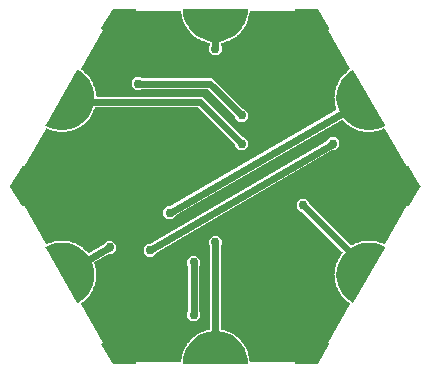
<source format=gbr>
G04 EAGLE Gerber RS-274X export*
G75*
%MOMM*%
%FSLAX34Y34*%
%LPD*%
%INTop Copper*%
%IPPOS*%
%AMOC8*
5,1,8,0,0,1.08239X$1,22.5*%
G01*
%ADD10C,1.000000*%
%ADD11C,0.756400*%
%ADD12C,0.609600*%
%ADD13C,0.812800*%

G36*
X278630Y195708D02*
X278630Y195708D01*
X278658Y195706D01*
X278726Y195728D01*
X278797Y195742D01*
X278820Y195758D01*
X278847Y195767D01*
X278902Y195814D01*
X278961Y195855D01*
X278976Y195879D01*
X278998Y195897D01*
X279029Y195962D01*
X279068Y196022D01*
X279073Y196050D01*
X279085Y196076D01*
X279094Y196177D01*
X279101Y196219D01*
X279099Y196229D01*
X279100Y196242D01*
X278982Y197719D01*
X316815Y197719D01*
X316900Y197736D01*
X316985Y197748D01*
X316997Y197756D01*
X317011Y197758D01*
X317083Y197807D01*
X317157Y197852D01*
X317165Y197863D01*
X317177Y197871D01*
X317224Y197943D01*
X317275Y198014D01*
X317279Y198028D01*
X317286Y198039D01*
X317296Y198094D01*
X317320Y198188D01*
X317422Y199547D01*
X317413Y199617D01*
X317413Y199687D01*
X317401Y199718D01*
X317397Y199746D01*
X317372Y199790D01*
X317346Y199854D01*
X317343Y199859D01*
X317487Y200492D01*
X317488Y200526D01*
X317499Y200567D01*
X317547Y201214D01*
X317551Y201217D01*
X317595Y201273D01*
X317644Y201323D01*
X317657Y201353D01*
X317674Y201376D01*
X317688Y201425D01*
X317715Y201489D01*
X318242Y203799D01*
X318244Y203869D01*
X318254Y203939D01*
X318247Y203971D01*
X318247Y203999D01*
X318228Y204047D01*
X318213Y204114D01*
X318210Y204119D01*
X318447Y204723D01*
X318454Y204758D01*
X318470Y204796D01*
X318614Y205429D01*
X318619Y205431D01*
X318670Y205480D01*
X318727Y205522D01*
X318744Y205550D01*
X318764Y205570D01*
X318785Y205617D01*
X318821Y205676D01*
X319687Y207881D01*
X319699Y207951D01*
X319719Y208018D01*
X319717Y208051D01*
X319722Y208078D01*
X319710Y208129D01*
X319704Y208198D01*
X319703Y208203D01*
X320027Y208765D01*
X320039Y208798D01*
X320060Y208833D01*
X320297Y209437D01*
X320303Y209439D01*
X320360Y209480D01*
X320423Y209513D01*
X320444Y209538D01*
X320467Y209554D01*
X320494Y209598D01*
X320539Y209651D01*
X321724Y211702D01*
X321733Y211730D01*
X321736Y211735D01*
X321738Y211745D01*
X321746Y211769D01*
X321776Y211833D01*
X321779Y211866D01*
X321787Y211892D01*
X321784Y211944D01*
X321788Y212013D01*
X321788Y212018D01*
X322192Y212526D01*
X322208Y212557D01*
X322235Y212588D01*
X322559Y213150D01*
X322565Y213152D01*
X322628Y213183D01*
X322694Y213207D01*
X322719Y213228D01*
X322744Y213241D01*
X322778Y213280D01*
X322830Y213325D01*
X324307Y215178D01*
X324339Y215240D01*
X324379Y215299D01*
X324386Y215331D01*
X324399Y215356D01*
X324403Y215407D01*
X324417Y215475D01*
X324418Y215480D01*
X324893Y215922D01*
X324914Y215950D01*
X324945Y215977D01*
X325349Y216485D01*
X325355Y216485D01*
X325422Y216507D01*
X325491Y216520D01*
X325519Y216538D01*
X325546Y216547D01*
X325585Y216580D01*
X325643Y216618D01*
X327380Y218229D01*
X327421Y218286D01*
X327469Y218338D01*
X327481Y218369D01*
X327497Y218392D01*
X327509Y218442D01*
X327533Y218507D01*
X327534Y218512D01*
X328070Y218877D01*
X328095Y218902D01*
X328130Y218925D01*
X328605Y219366D01*
X328611Y219366D01*
X328680Y219377D01*
X328751Y219380D01*
X328781Y219394D01*
X328809Y219398D01*
X328852Y219425D01*
X328916Y219454D01*
X330873Y220788D01*
X330922Y220839D01*
X330977Y220883D01*
X330993Y220912D01*
X331013Y220932D01*
X331032Y220980D01*
X331066Y221040D01*
X331068Y221045D01*
X331653Y221327D01*
X331680Y221348D01*
X331718Y221365D01*
X332254Y221730D01*
X332260Y221729D01*
X332330Y221730D01*
X332401Y221722D01*
X332432Y221731D01*
X332460Y221731D01*
X332507Y221752D01*
X332574Y221770D01*
X334709Y222798D01*
X334765Y222841D01*
X334826Y222877D01*
X334846Y222902D01*
X334868Y222919D01*
X334894Y222964D01*
X334937Y223018D01*
X334940Y223023D01*
X335560Y223214D01*
X335590Y223231D01*
X335630Y223242D01*
X336215Y223524D01*
X336220Y223522D01*
X336290Y223512D01*
X336358Y223494D01*
X336391Y223498D01*
X336419Y223494D01*
X336469Y223508D01*
X336537Y223516D01*
X338801Y224214D01*
X338863Y224248D01*
X338929Y224274D01*
X338952Y224297D01*
X338977Y224310D01*
X339009Y224350D01*
X339060Y224398D01*
X339063Y224402D01*
X339704Y224499D01*
X339737Y224511D01*
X339778Y224516D01*
X340399Y224707D01*
X340403Y224704D01*
X340471Y224684D01*
X340536Y224657D01*
X340569Y224656D01*
X340596Y224648D01*
X340647Y224653D01*
X340716Y224651D01*
X341198Y224724D01*
X341262Y224747D01*
X341328Y224762D01*
X341355Y224781D01*
X341386Y224792D01*
X341436Y224838D01*
X341491Y224878D01*
X341509Y224906D01*
X341533Y224928D01*
X341561Y224990D01*
X341597Y225048D01*
X341604Y225083D01*
X341616Y225111D01*
X341618Y225161D01*
X341629Y225226D01*
X341629Y295816D01*
X341628Y295824D01*
X341629Y295831D01*
X341608Y295921D01*
X341590Y296012D01*
X341585Y296019D01*
X341583Y296026D01*
X341481Y296174D01*
X340895Y296760D01*
X340895Y301156D01*
X344004Y304265D01*
X348400Y304265D01*
X351509Y301156D01*
X351509Y296760D01*
X350923Y296174D01*
X350919Y296168D01*
X350913Y296163D01*
X350864Y296085D01*
X350812Y296007D01*
X350811Y296000D01*
X350807Y295993D01*
X350775Y295816D01*
X350775Y225226D01*
X350788Y225159D01*
X350793Y225091D01*
X350808Y225062D01*
X350814Y225029D01*
X350853Y224973D01*
X350883Y224912D01*
X350908Y224891D01*
X350927Y224863D01*
X350984Y224826D01*
X351036Y224782D01*
X351070Y224770D01*
X351095Y224754D01*
X351144Y224745D01*
X351206Y224724D01*
X351688Y224651D01*
X351759Y224655D01*
X351829Y224650D01*
X351860Y224660D01*
X351888Y224661D01*
X351935Y224684D01*
X352001Y224704D01*
X352005Y224707D01*
X352626Y224516D01*
X352660Y224512D01*
X352700Y224499D01*
X353341Y224402D01*
X353344Y224398D01*
X353397Y224350D01*
X353443Y224297D01*
X353472Y224282D01*
X353493Y224263D01*
X353542Y224246D01*
X353603Y224214D01*
X355867Y223516D01*
X355937Y223509D01*
X356006Y223494D01*
X356038Y223499D01*
X356066Y223496D01*
X356116Y223511D01*
X356184Y223522D01*
X356189Y223524D01*
X356774Y223242D01*
X356807Y223234D01*
X356844Y223214D01*
X357464Y223023D01*
X357467Y223018D01*
X357512Y222964D01*
X357550Y222904D01*
X357576Y222885D01*
X357594Y222863D01*
X357639Y222839D01*
X357695Y222798D01*
X359830Y221770D01*
X359898Y221753D01*
X359964Y221727D01*
X359997Y221728D01*
X360024Y221721D01*
X360075Y221728D01*
X360144Y221729D01*
X360150Y221730D01*
X360686Y221365D01*
X360718Y221351D01*
X360751Y221327D01*
X361336Y221045D01*
X361338Y221040D01*
X361374Y220979D01*
X361403Y220915D01*
X361426Y220892D01*
X361440Y220867D01*
X361482Y220837D01*
X361531Y220788D01*
X363488Y219454D01*
X363553Y219426D01*
X363615Y219391D01*
X363647Y219387D01*
X363673Y219376D01*
X363724Y219376D01*
X363793Y219366D01*
X363799Y219366D01*
X364274Y218925D01*
X364304Y218907D01*
X364334Y218877D01*
X364870Y218512D01*
X364871Y218507D01*
X364897Y218441D01*
X364916Y218373D01*
X364936Y218347D01*
X364946Y218321D01*
X364983Y218284D01*
X365024Y218229D01*
X366761Y216618D01*
X366821Y216581D01*
X366876Y216537D01*
X366908Y216528D01*
X366932Y216513D01*
X366983Y216505D01*
X367049Y216485D01*
X367055Y216485D01*
X367459Y215977D01*
X367486Y215955D01*
X367511Y215922D01*
X367986Y215480D01*
X367987Y215475D01*
X368003Y215406D01*
X368011Y215336D01*
X368027Y215307D01*
X368033Y215280D01*
X368064Y215239D01*
X368097Y215178D01*
X369574Y213325D01*
X369628Y213280D01*
X369676Y213229D01*
X369706Y213215D01*
X369727Y213197D01*
X369777Y213181D01*
X369839Y213152D01*
X369845Y213150D01*
X370169Y212588D01*
X370192Y212562D01*
X370212Y212526D01*
X370616Y212018D01*
X370616Y212013D01*
X370622Y211942D01*
X370620Y211872D01*
X370631Y211841D01*
X370633Y211813D01*
X370657Y211767D01*
X370680Y211702D01*
X371865Y209651D01*
X371912Y209598D01*
X371952Y209540D01*
X371979Y209521D01*
X371998Y209500D01*
X372044Y209478D01*
X372101Y209439D01*
X372107Y209437D01*
X372344Y208833D01*
X372362Y208804D01*
X372377Y208765D01*
X372701Y208203D01*
X372700Y208198D01*
X372695Y208127D01*
X372682Y208058D01*
X372689Y208026D01*
X372687Y207998D01*
X372704Y207949D01*
X372717Y207881D01*
X373583Y205676D01*
X373621Y205616D01*
X373652Y205553D01*
X373676Y205531D01*
X373691Y205507D01*
X373734Y205478D01*
X373785Y205431D01*
X373790Y205429D01*
X373934Y204796D01*
X373948Y204764D01*
X373957Y204723D01*
X374194Y204119D01*
X374191Y204114D01*
X374177Y204045D01*
X374154Y203979D01*
X374155Y203946D01*
X374149Y203918D01*
X374159Y203868D01*
X374162Y203799D01*
X374689Y201489D01*
X374718Y201425D01*
X374739Y201357D01*
X374760Y201332D01*
X374771Y201306D01*
X374809Y201271D01*
X374853Y201217D01*
X374857Y201214D01*
X374905Y200567D01*
X374915Y200533D01*
X374917Y200492D01*
X375061Y199859D01*
X375058Y199854D01*
X375033Y199788D01*
X375000Y199726D01*
X374997Y199693D01*
X374987Y199667D01*
X374989Y199615D01*
X374982Y199547D01*
X375084Y198188D01*
X375107Y198105D01*
X375126Y198020D01*
X375134Y198009D01*
X375138Y197995D01*
X375191Y197927D01*
X375242Y197857D01*
X375254Y197849D01*
X375262Y197838D01*
X375338Y197797D01*
X375412Y197751D01*
X375427Y197748D01*
X375438Y197742D01*
X375494Y197736D01*
X375589Y197719D01*
X413422Y197719D01*
X413304Y196242D01*
X413308Y196213D01*
X413303Y196185D01*
X413320Y196116D01*
X413328Y196044D01*
X413343Y196020D01*
X413349Y195992D01*
X413392Y195934D01*
X413428Y195872D01*
X413450Y195855D01*
X413467Y195832D01*
X413529Y195795D01*
X413586Y195752D01*
X413614Y195745D01*
X413638Y195730D01*
X413738Y195714D01*
X413779Y195703D01*
X413789Y195705D01*
X413802Y195703D01*
X432802Y195703D01*
X432878Y195718D01*
X432956Y195727D01*
X432975Y195738D01*
X432997Y195742D01*
X433061Y195786D01*
X433129Y195825D01*
X433145Y195844D01*
X433161Y195855D01*
X433185Y195893D01*
X433235Y195953D01*
X442735Y212453D01*
X442744Y212480D01*
X442760Y212504D01*
X442775Y212574D01*
X442798Y212642D01*
X442795Y212670D01*
X442801Y212698D01*
X442788Y212769D01*
X442782Y212840D01*
X442769Y212865D01*
X442763Y212893D01*
X442723Y212953D01*
X442690Y213016D01*
X442668Y213034D01*
X442652Y213058D01*
X442569Y213116D01*
X442537Y213143D01*
X442526Y213146D01*
X442516Y213153D01*
X441197Y213777D01*
X460088Y246497D01*
X460115Y246579D01*
X460147Y246660D01*
X460147Y246674D01*
X460152Y246687D01*
X460145Y246774D01*
X460144Y246860D01*
X460138Y246873D01*
X460137Y246887D01*
X460098Y246964D01*
X460062Y247044D01*
X460052Y247054D01*
X460046Y247066D01*
X460003Y247102D01*
X459934Y247170D01*
X458814Y247933D01*
X458749Y247960D01*
X458687Y247995D01*
X458655Y248000D01*
X458629Y248011D01*
X458577Y248011D01*
X458509Y248021D01*
X458503Y248021D01*
X458028Y248462D01*
X457998Y248480D01*
X457968Y248509D01*
X457432Y248874D01*
X457431Y248880D01*
X457404Y248945D01*
X457386Y249013D01*
X457366Y249039D01*
X457356Y249065D01*
X457319Y249102D01*
X457278Y249157D01*
X455539Y250770D01*
X455478Y250806D01*
X455423Y250850D01*
X455392Y250860D01*
X455368Y250874D01*
X455317Y250882D01*
X455250Y250902D01*
X455245Y250902D01*
X454840Y251410D01*
X454814Y251432D01*
X454789Y251465D01*
X454313Y251906D01*
X454313Y251912D01*
X454296Y251980D01*
X454288Y252051D01*
X454272Y252079D01*
X454266Y252107D01*
X454235Y252148D01*
X454202Y252209D01*
X452723Y254063D01*
X452669Y254108D01*
X452621Y254159D01*
X452591Y254173D01*
X452570Y254191D01*
X452520Y254207D01*
X452458Y254236D01*
X452452Y254238D01*
X452128Y254800D01*
X452105Y254826D01*
X452085Y254862D01*
X451680Y255369D01*
X451681Y255375D01*
X451675Y255445D01*
X451677Y255516D01*
X451666Y255547D01*
X451664Y255574D01*
X451640Y255620D01*
X451616Y255685D01*
X450430Y257739D01*
X450383Y257792D01*
X450343Y257850D01*
X450316Y257868D01*
X450297Y257889D01*
X450251Y257911D01*
X450193Y257950D01*
X450188Y257952D01*
X449951Y258556D01*
X449932Y258585D01*
X449918Y258624D01*
X449593Y259186D01*
X449595Y259191D01*
X449599Y259262D01*
X449612Y259331D01*
X449606Y259363D01*
X449607Y259391D01*
X449590Y259440D01*
X449577Y259508D01*
X448710Y261715D01*
X448672Y261774D01*
X448641Y261838D01*
X448616Y261860D01*
X448601Y261884D01*
X448559Y261913D01*
X448507Y261959D01*
X448503Y261962D01*
X448358Y262595D01*
X448344Y262626D01*
X448336Y262667D01*
X448099Y263271D01*
X448101Y263276D01*
X448116Y263345D01*
X448139Y263412D01*
X448137Y263445D01*
X448143Y263472D01*
X448133Y263523D01*
X448130Y263592D01*
X447602Y265904D01*
X447573Y265968D01*
X447552Y266035D01*
X447531Y266061D01*
X447519Y266086D01*
X447482Y266121D01*
X447438Y266175D01*
X447434Y266179D01*
X447385Y266826D01*
X447376Y266859D01*
X447374Y266901D01*
X447229Y267533D01*
X447232Y267538D01*
X447257Y267604D01*
X447290Y267667D01*
X447293Y267699D01*
X447303Y267726D01*
X447301Y267777D01*
X447308Y267846D01*
X447131Y270211D01*
X447111Y270278D01*
X447101Y270348D01*
X447084Y270377D01*
X447076Y270404D01*
X447044Y270444D01*
X447009Y270504D01*
X447005Y270508D01*
X447054Y271155D01*
X447049Y271189D01*
X447054Y271231D01*
X447005Y271878D01*
X447009Y271882D01*
X447043Y271943D01*
X447085Y272000D01*
X447093Y272032D01*
X447107Y272057D01*
X447113Y272108D01*
X447130Y272175D01*
X447306Y274540D01*
X447298Y274610D01*
X447297Y274680D01*
X447285Y274711D01*
X447281Y274739D01*
X447256Y274783D01*
X447230Y274847D01*
X447227Y274852D01*
X447371Y275485D01*
X447372Y275519D01*
X447382Y275560D01*
X447431Y276207D01*
X447435Y276210D01*
X447478Y276266D01*
X447528Y276316D01*
X447541Y276346D01*
X447558Y276369D01*
X447571Y276418D01*
X447598Y276482D01*
X448125Y278794D01*
X448127Y278864D01*
X448132Y278889D01*
X448131Y278891D01*
X448137Y278935D01*
X448130Y278966D01*
X448130Y278994D01*
X448112Y279043D01*
X448096Y279110D01*
X448093Y279115D01*
X448330Y279719D01*
X448336Y279753D01*
X448353Y279791D01*
X448497Y280424D01*
X448502Y280427D01*
X448553Y280476D01*
X448609Y280518D01*
X448626Y280546D01*
X448647Y280565D01*
X448667Y280612D01*
X448704Y280671D01*
X449569Y282879D01*
X449582Y282949D01*
X449602Y283016D01*
X449599Y283049D01*
X449604Y283076D01*
X449593Y283127D01*
X449587Y283196D01*
X449586Y283201D01*
X449910Y283763D01*
X449921Y283796D01*
X449943Y283831D01*
X450180Y284435D01*
X450185Y284438D01*
X450243Y284478D01*
X450305Y284511D01*
X450326Y284536D01*
X450349Y284553D01*
X450376Y284596D01*
X450421Y284649D01*
X451606Y286703D01*
X451629Y286770D01*
X451659Y286834D01*
X451661Y286866D01*
X451670Y286893D01*
X451666Y286944D01*
X451671Y287014D01*
X451670Y287019D01*
X452075Y287526D01*
X452091Y287557D01*
X452117Y287589D01*
X452442Y288151D01*
X452447Y288153D01*
X452510Y288184D01*
X452577Y288208D01*
X452601Y288229D01*
X452626Y288242D01*
X452660Y288281D01*
X452712Y288326D01*
X453789Y289677D01*
X453824Y289746D01*
X453866Y289811D01*
X453870Y289835D01*
X453880Y289856D01*
X453886Y289933D01*
X453899Y290009D01*
X453894Y290032D01*
X453896Y290056D01*
X453871Y290129D01*
X453854Y290204D01*
X453839Y290225D01*
X453832Y290246D01*
X453796Y290287D01*
X453751Y290352D01*
X419358Y324745D01*
X419352Y324749D01*
X419347Y324755D01*
X419269Y324804D01*
X419192Y324856D01*
X419184Y324857D01*
X419177Y324861D01*
X419000Y324893D01*
X418172Y324893D01*
X415063Y328002D01*
X415063Y332398D01*
X418172Y335507D01*
X422568Y335507D01*
X425677Y332398D01*
X425677Y331570D01*
X425678Y331562D01*
X425677Y331555D01*
X425698Y331465D01*
X425716Y331374D01*
X425721Y331367D01*
X425723Y331360D01*
X425825Y331212D01*
X460719Y296318D01*
X460736Y296306D01*
X460749Y296290D01*
X460819Y296251D01*
X460886Y296207D01*
X460906Y296203D01*
X460925Y296193D01*
X461004Y296184D01*
X461083Y296169D01*
X461103Y296174D01*
X461124Y296171D01*
X461226Y296200D01*
X461279Y296211D01*
X461287Y296217D01*
X461298Y296220D01*
X461537Y296335D01*
X461565Y296356D01*
X461603Y296373D01*
X462139Y296739D01*
X462144Y296738D01*
X462215Y296738D01*
X462285Y296731D01*
X462316Y296740D01*
X462344Y296740D01*
X462392Y296761D01*
X462458Y296779D01*
X464595Y297809D01*
X464651Y297851D01*
X464712Y297887D01*
X464732Y297913D01*
X464754Y297930D01*
X464780Y297974D01*
X464823Y298029D01*
X464825Y298034D01*
X465446Y298225D01*
X465476Y298242D01*
X465516Y298253D01*
X466101Y298534D01*
X466106Y298533D01*
X466176Y298523D01*
X466244Y298505D01*
X466277Y298509D01*
X466304Y298505D01*
X466354Y298518D01*
X466423Y298527D01*
X468689Y299226D01*
X468751Y299260D01*
X468816Y299286D01*
X468840Y299309D01*
X468865Y299322D01*
X468897Y299363D01*
X468947Y299410D01*
X468950Y299415D01*
X469592Y299511D01*
X469625Y299523D01*
X469666Y299528D01*
X470286Y299720D01*
X470291Y299717D01*
X470313Y299711D01*
X470317Y299708D01*
X470330Y299706D01*
X470359Y299697D01*
X470423Y299669D01*
X470456Y299668D01*
X470483Y299660D01*
X470534Y299666D01*
X470604Y299664D01*
X472948Y300018D01*
X473015Y300043D01*
X473083Y300059D01*
X473110Y300077D01*
X473137Y300087D01*
X473175Y300122D01*
X473231Y300161D01*
X473235Y300165D01*
X473884Y300165D01*
X473918Y300172D01*
X473960Y300171D01*
X474601Y300268D01*
X474606Y300265D01*
X474670Y300235D01*
X474730Y300198D01*
X474762Y300192D01*
X474787Y300180D01*
X474839Y300178D01*
X474907Y300166D01*
X477278Y300167D01*
X477348Y300181D01*
X477418Y300186D01*
X477447Y300201D01*
X477475Y300206D01*
X477518Y300235D01*
X477580Y300266D01*
X477584Y300269D01*
X478226Y300173D01*
X478260Y300174D01*
X478301Y300167D01*
X478950Y300167D01*
X478954Y300163D01*
X479013Y300124D01*
X479067Y300078D01*
X479098Y300068D01*
X479121Y300052D01*
X479172Y300043D01*
X479237Y300020D01*
X481582Y299668D01*
X481653Y299671D01*
X481723Y299666D01*
X481754Y299676D01*
X481782Y299678D01*
X481829Y299700D01*
X481874Y299714D01*
X481880Y299716D01*
X481883Y299717D01*
X481895Y299721D01*
X481900Y299724D01*
X482520Y299532D01*
X482554Y299529D01*
X482594Y299516D01*
X483235Y299419D01*
X483239Y299415D01*
X483291Y299367D01*
X483337Y299314D01*
X483366Y299299D01*
X483387Y299280D01*
X483436Y299263D01*
X483497Y299231D01*
X485764Y298533D01*
X485834Y298526D01*
X485903Y298511D01*
X485935Y298516D01*
X485963Y298513D01*
X486012Y298528D01*
X486081Y298539D01*
X486086Y298541D01*
X486671Y298259D01*
X486704Y298251D01*
X486741Y298232D01*
X487361Y298041D01*
X487364Y298036D01*
X487408Y297981D01*
X487446Y297922D01*
X487473Y297902D01*
X487491Y297881D01*
X487536Y297857D01*
X487592Y297816D01*
X488830Y297220D01*
X488914Y297199D01*
X488997Y297173D01*
X489011Y297174D01*
X489024Y297171D01*
X489110Y297184D01*
X489196Y297192D01*
X489209Y297198D01*
X489223Y297200D01*
X489296Y297245D01*
X489373Y297286D01*
X489383Y297298D01*
X489394Y297305D01*
X489427Y297349D01*
X489489Y297424D01*
X508381Y330145D01*
X509618Y329291D01*
X509645Y329280D01*
X509667Y329261D01*
X509736Y329241D01*
X509801Y329213D01*
X509830Y329213D01*
X509858Y329205D01*
X509929Y329213D01*
X510000Y329213D01*
X510027Y329224D01*
X510056Y329227D01*
X510118Y329262D01*
X510183Y329290D01*
X510204Y329310D01*
X510229Y329325D01*
X510292Y329402D01*
X510322Y329432D01*
X510326Y329442D01*
X510335Y329453D01*
X519835Y345953D01*
X519845Y345985D01*
X519854Y345998D01*
X519858Y346022D01*
X519859Y346026D01*
X519890Y346096D01*
X519890Y346120D01*
X519898Y346142D01*
X519892Y346218D01*
X519893Y346295D01*
X519883Y346319D01*
X519882Y346340D01*
X519861Y346379D01*
X519835Y346451D01*
X510335Y362951D01*
X510316Y362973D01*
X510303Y362999D01*
X510250Y363047D01*
X510203Y363100D01*
X510177Y363113D01*
X510156Y363132D01*
X510088Y363155D01*
X510024Y363186D01*
X509995Y363188D01*
X509968Y363197D01*
X509896Y363192D01*
X509825Y363195D01*
X509798Y363185D01*
X509769Y363183D01*
X509679Y363141D01*
X509639Y363126D01*
X509631Y363119D01*
X509618Y363113D01*
X508381Y362259D01*
X489489Y394980D01*
X489432Y395045D01*
X489378Y395113D01*
X489366Y395120D01*
X489357Y395131D01*
X489279Y395168D01*
X489203Y395210D01*
X489189Y395212D01*
X489176Y395218D01*
X489090Y395222D01*
X489004Y395232D01*
X488989Y395228D01*
X488976Y395228D01*
X488924Y395210D01*
X488830Y395184D01*
X487592Y394588D01*
X487536Y394545D01*
X487475Y394510D01*
X487455Y394484D01*
X487432Y394467D01*
X487406Y394422D01*
X487364Y394368D01*
X487361Y394363D01*
X486741Y394172D01*
X486711Y394156D01*
X486671Y394145D01*
X486086Y393863D01*
X486081Y393865D01*
X486011Y393875D01*
X485942Y393893D01*
X485910Y393889D01*
X485882Y393893D01*
X485832Y393879D01*
X485764Y393871D01*
X483497Y393173D01*
X483435Y393139D01*
X483370Y393113D01*
X483346Y393090D01*
X483321Y393077D01*
X483289Y393037D01*
X483239Y392989D01*
X483235Y392985D01*
X482594Y392888D01*
X482561Y392877D01*
X482520Y392872D01*
X481900Y392680D01*
X481895Y392683D01*
X481827Y392703D01*
X481762Y392731D01*
X481730Y392732D01*
X481703Y392740D01*
X481651Y392734D01*
X481582Y392736D01*
X479237Y392384D01*
X479171Y392360D01*
X479102Y392343D01*
X479075Y392325D01*
X479049Y392315D01*
X479011Y392280D01*
X478954Y392241D01*
X478950Y392237D01*
X478301Y392237D01*
X478267Y392230D01*
X478226Y392231D01*
X477584Y392135D01*
X477580Y392138D01*
X477516Y392168D01*
X477456Y392205D01*
X477423Y392211D01*
X477398Y392223D01*
X477346Y392225D01*
X477278Y392237D01*
X474907Y392238D01*
X474838Y392224D01*
X474767Y392219D01*
X474738Y392204D01*
X474711Y392199D01*
X474668Y392170D01*
X474606Y392139D01*
X474601Y392136D01*
X473960Y392233D01*
X473925Y392231D01*
X473884Y392239D01*
X473235Y392239D01*
X473231Y392243D01*
X473173Y392282D01*
X473119Y392327D01*
X473088Y392338D01*
X473064Y392354D01*
X473014Y392363D01*
X472948Y392386D01*
X470604Y392740D01*
X470533Y392736D01*
X470463Y392741D01*
X470431Y392731D01*
X470403Y392730D01*
X470357Y392708D01*
X470291Y392687D01*
X470286Y392684D01*
X469666Y392876D01*
X469632Y392879D01*
X469592Y392893D01*
X468950Y392989D01*
X468947Y392994D01*
X468895Y393041D01*
X468849Y393095D01*
X468819Y393110D01*
X468799Y393129D01*
X468750Y393146D01*
X468689Y393178D01*
X466423Y393877D01*
X466353Y393884D01*
X466284Y393900D01*
X466251Y393895D01*
X466223Y393897D01*
X466174Y393882D01*
X466106Y393871D01*
X466101Y393870D01*
X465516Y394151D01*
X465482Y394160D01*
X465446Y394179D01*
X464825Y394370D01*
X464823Y394375D01*
X464778Y394430D01*
X464740Y394490D01*
X464714Y394509D01*
X464696Y394531D01*
X464651Y394555D01*
X464595Y394595D01*
X462458Y395625D01*
X462390Y395642D01*
X462324Y395668D01*
X462291Y395668D01*
X462264Y395675D01*
X462213Y395667D01*
X462144Y395666D01*
X462139Y395665D01*
X461603Y396031D01*
X461571Y396045D01*
X461537Y396069D01*
X460952Y396351D01*
X460951Y396356D01*
X460915Y396417D01*
X460886Y396481D01*
X460863Y396504D01*
X460848Y396528D01*
X460807Y396559D01*
X460758Y396608D01*
X458799Y397944D01*
X458734Y397972D01*
X458672Y398007D01*
X458640Y398011D01*
X458614Y398022D01*
X458563Y398022D01*
X458494Y398032D01*
X458489Y398032D01*
X458013Y398473D01*
X457984Y398491D01*
X457954Y398521D01*
X457418Y398886D01*
X457417Y398892D01*
X457390Y398957D01*
X457372Y399025D01*
X457352Y399051D01*
X457341Y399077D01*
X457305Y399114D01*
X457263Y399169D01*
X455526Y400783D01*
X455466Y400820D01*
X455410Y400863D01*
X455379Y400873D01*
X455355Y400887D01*
X455304Y400895D01*
X455237Y400915D01*
X455232Y400916D01*
X454828Y401423D01*
X454801Y401446D01*
X454776Y401479D01*
X454300Y401920D01*
X454300Y401926D01*
X454284Y401995D01*
X454276Y402065D01*
X454260Y402093D01*
X454253Y402121D01*
X454223Y402162D01*
X454190Y402223D01*
X453902Y402584D01*
X453850Y402628D01*
X453804Y402678D01*
X453774Y402692D01*
X453749Y402713D01*
X453684Y402733D01*
X453622Y402762D01*
X453589Y402763D01*
X453557Y402773D01*
X453490Y402766D01*
X453422Y402768D01*
X453388Y402756D01*
X453358Y402753D01*
X453314Y402730D01*
X453252Y402708D01*
X312657Y321637D01*
X312616Y321601D01*
X312551Y321556D01*
X309538Y318543D01*
X305142Y318543D01*
X302033Y321652D01*
X302033Y326048D01*
X305142Y329157D01*
X307253Y329157D01*
X307295Y329165D01*
X307337Y329164D01*
X307400Y329186D01*
X307450Y329196D01*
X307474Y329213D01*
X307507Y329225D01*
X448674Y410625D01*
X448725Y410670D01*
X448782Y410708D01*
X448800Y410736D01*
X448825Y410757D01*
X448855Y410819D01*
X448892Y410876D01*
X448898Y410908D01*
X448912Y410938D01*
X448916Y411006D01*
X448928Y411073D01*
X448921Y411108D01*
X448923Y411138D01*
X448906Y411185D01*
X448893Y411249D01*
X448704Y411733D01*
X448666Y411792D01*
X448635Y411855D01*
X448610Y411878D01*
X448595Y411901D01*
X448553Y411930D01*
X448502Y411977D01*
X448497Y411980D01*
X448353Y412613D01*
X448338Y412644D01*
X448330Y412685D01*
X448093Y413289D01*
X448096Y413294D01*
X448111Y413363D01*
X448134Y413430D01*
X448132Y413463D01*
X448138Y413490D01*
X448129Y413541D01*
X448125Y413610D01*
X447598Y415922D01*
X447570Y415986D01*
X447548Y416054D01*
X447528Y416079D01*
X447516Y416105D01*
X447478Y416140D01*
X447435Y416194D01*
X447431Y416197D01*
X447382Y416844D01*
X447373Y416878D01*
X447371Y416919D01*
X447227Y417552D01*
X447230Y417557D01*
X447255Y417623D01*
X447288Y417685D01*
X447291Y417718D01*
X447301Y417744D01*
X447299Y417796D01*
X447306Y417864D01*
X447130Y420229D01*
X447111Y420297D01*
X447100Y420367D01*
X447083Y420395D01*
X447076Y420422D01*
X447044Y420462D01*
X447009Y420522D01*
X447005Y420526D01*
X447054Y421173D01*
X447049Y421208D01*
X447054Y421249D01*
X447005Y421896D01*
X447009Y421900D01*
X447044Y421962D01*
X447085Y422019D01*
X447094Y422051D01*
X447107Y422075D01*
X447113Y422127D01*
X447131Y422193D01*
X447308Y424558D01*
X447300Y424628D01*
X447299Y424699D01*
X447287Y424729D01*
X447284Y424757D01*
X447258Y424802D01*
X447232Y424866D01*
X447229Y424871D01*
X447374Y425503D01*
X447375Y425538D01*
X447385Y425578D01*
X447434Y426225D01*
X447438Y426229D01*
X447482Y426285D01*
X447531Y426335D01*
X447544Y426365D01*
X447561Y426387D01*
X447575Y426437D01*
X447602Y426500D01*
X448130Y428812D01*
X448132Y428883D01*
X448142Y428953D01*
X448135Y428984D01*
X448135Y429012D01*
X448117Y429061D01*
X448101Y429128D01*
X448099Y429133D01*
X448336Y429737D01*
X448342Y429771D01*
X448358Y429809D01*
X448503Y430442D01*
X448507Y430445D01*
X448559Y430493D01*
X448615Y430536D01*
X448632Y430563D01*
X448653Y430583D01*
X448674Y430630D01*
X448710Y430689D01*
X449577Y432896D01*
X449589Y432966D01*
X449610Y433033D01*
X449607Y433066D01*
X449612Y433093D01*
X449601Y433144D01*
X449595Y433213D01*
X449593Y433218D01*
X449918Y433780D01*
X449929Y433813D01*
X449951Y433848D01*
X450188Y434452D01*
X450193Y434454D01*
X450251Y434495D01*
X450313Y434528D01*
X450335Y434553D01*
X450358Y434569D01*
X450385Y434613D01*
X450430Y434665D01*
X451616Y436719D01*
X451639Y436786D01*
X451669Y436849D01*
X451671Y436882D01*
X451680Y436909D01*
X451676Y436960D01*
X451681Y437029D01*
X451680Y437035D01*
X452085Y437542D01*
X452101Y437573D01*
X452128Y437604D01*
X452452Y438166D01*
X452458Y438168D01*
X452502Y438190D01*
X452527Y438195D01*
X452547Y438208D01*
X452588Y438223D01*
X452612Y438244D01*
X452637Y438257D01*
X452665Y438288D01*
X452693Y438307D01*
X452704Y438324D01*
X452723Y438341D01*
X454202Y440195D01*
X454234Y440258D01*
X454274Y440316D01*
X454281Y440348D01*
X454294Y440373D01*
X454298Y440425D01*
X454313Y440492D01*
X454313Y440498D01*
X454789Y440939D01*
X454809Y440967D01*
X454840Y440994D01*
X455245Y441502D01*
X455250Y441502D01*
X455318Y441524D01*
X455387Y441537D01*
X455415Y441555D01*
X455441Y441564D01*
X455481Y441597D01*
X455539Y441634D01*
X457278Y443247D01*
X457319Y443304D01*
X457367Y443356D01*
X457378Y443387D01*
X457395Y443409D01*
X457406Y443460D01*
X457431Y443524D01*
X457432Y443530D01*
X457968Y443895D01*
X457993Y443920D01*
X458028Y443942D01*
X458503Y444384D01*
X458509Y444383D01*
X458579Y444395D01*
X458649Y444398D01*
X458679Y444411D01*
X458707Y444415D01*
X458751Y444443D01*
X458814Y444471D01*
X459934Y445234D01*
X459994Y445296D01*
X460058Y445355D01*
X460064Y445368D01*
X460074Y445378D01*
X460106Y445458D01*
X460142Y445537D01*
X460143Y445551D01*
X460148Y445564D01*
X460146Y445651D01*
X460149Y445737D01*
X460144Y445751D01*
X460143Y445764D01*
X460121Y445815D01*
X460088Y445907D01*
X441197Y478627D01*
X442516Y479251D01*
X442538Y479268D01*
X442565Y479278D01*
X442617Y479327D01*
X442675Y479370D01*
X442689Y479395D01*
X442710Y479414D01*
X442739Y479480D01*
X442775Y479542D01*
X442778Y479570D01*
X442790Y479596D01*
X442791Y479668D01*
X442800Y479739D01*
X442792Y479766D01*
X442793Y479795D01*
X442757Y479890D01*
X442746Y479930D01*
X442739Y479939D01*
X442735Y479951D01*
X433235Y496451D01*
X433183Y496510D01*
X433137Y496572D01*
X433118Y496583D01*
X433103Y496600D01*
X433033Y496634D01*
X432966Y496674D01*
X432942Y496678D01*
X432924Y496686D01*
X432879Y496688D01*
X432802Y496701D01*
X413802Y496701D01*
X413774Y496696D01*
X413746Y496698D01*
X413678Y496676D01*
X413607Y496662D01*
X413584Y496646D01*
X413557Y496637D01*
X413502Y496590D01*
X413443Y496549D01*
X413428Y496525D01*
X413407Y496507D01*
X413375Y496442D01*
X413336Y496382D01*
X413331Y496354D01*
X413319Y496328D01*
X413310Y496227D01*
X413303Y496185D01*
X413305Y496175D01*
X413304Y496162D01*
X413422Y494685D01*
X375589Y494685D01*
X375504Y494668D01*
X375419Y494656D01*
X375407Y494648D01*
X375393Y494646D01*
X375321Y494597D01*
X375247Y494552D01*
X375239Y494541D01*
X375227Y494533D01*
X375180Y494461D01*
X375129Y494390D01*
X375125Y494376D01*
X375118Y494365D01*
X375108Y494310D01*
X375084Y494216D01*
X374982Y492857D01*
X374991Y492787D01*
X374991Y492717D01*
X375003Y492686D01*
X375007Y492658D01*
X375032Y492614D01*
X375058Y492550D01*
X375061Y492545D01*
X374917Y491912D01*
X374916Y491878D01*
X374905Y491837D01*
X374857Y491190D01*
X374853Y491187D01*
X374809Y491131D01*
X374760Y491081D01*
X374747Y491051D01*
X374730Y491029D01*
X374716Y490979D01*
X374689Y490915D01*
X374162Y488605D01*
X374160Y488535D01*
X374150Y488465D01*
X374157Y488433D01*
X374157Y488405D01*
X374175Y488357D01*
X374191Y488290D01*
X374194Y488285D01*
X373957Y487681D01*
X373950Y487646D01*
X373934Y487608D01*
X373790Y486975D01*
X373785Y486973D01*
X373734Y486924D01*
X373677Y486882D01*
X373660Y486854D01*
X373640Y486834D01*
X373619Y486787D01*
X373583Y486728D01*
X372717Y484523D01*
X372705Y484453D01*
X372685Y484386D01*
X372687Y484353D01*
X372682Y484326D01*
X372694Y484275D01*
X372700Y484206D01*
X372701Y484201D01*
X372377Y483639D01*
X372365Y483606D01*
X372344Y483571D01*
X372107Y482967D01*
X372101Y482965D01*
X372044Y482924D01*
X371981Y482891D01*
X371960Y482866D01*
X371937Y482850D01*
X371910Y482806D01*
X371865Y482753D01*
X370680Y480702D01*
X370658Y480635D01*
X370628Y480571D01*
X370625Y480538D01*
X370617Y480512D01*
X370620Y480460D01*
X370616Y480391D01*
X370616Y480386D01*
X370212Y479878D01*
X370196Y479847D01*
X370169Y479816D01*
X369845Y479254D01*
X369839Y479252D01*
X369776Y479221D01*
X369710Y479197D01*
X369685Y479176D01*
X369660Y479163D01*
X369626Y479124D01*
X369590Y479092D01*
X369587Y479090D01*
X369586Y479089D01*
X369574Y479079D01*
X368097Y477226D01*
X368065Y477164D01*
X368025Y477105D01*
X368018Y477073D01*
X368005Y477048D01*
X368001Y476997D01*
X367987Y476929D01*
X367986Y476924D01*
X367511Y476482D01*
X367490Y476454D01*
X367459Y476427D01*
X367055Y475919D01*
X367049Y475919D01*
X366982Y475897D01*
X366913Y475884D01*
X366885Y475866D01*
X366858Y475857D01*
X366819Y475824D01*
X366761Y475786D01*
X365024Y474175D01*
X364983Y474118D01*
X364935Y474066D01*
X364923Y474035D01*
X364907Y474012D01*
X364895Y473962D01*
X364871Y473897D01*
X364870Y473892D01*
X364334Y473527D01*
X364309Y473502D01*
X364274Y473479D01*
X363799Y473038D01*
X363793Y473038D01*
X363724Y473027D01*
X363653Y473024D01*
X363623Y473010D01*
X363595Y473006D01*
X363552Y472979D01*
X363488Y472950D01*
X361531Y471616D01*
X361482Y471565D01*
X361427Y471521D01*
X361411Y471492D01*
X361391Y471472D01*
X361372Y471424D01*
X361338Y471364D01*
X361336Y471359D01*
X360751Y471077D01*
X360724Y471056D01*
X360686Y471039D01*
X360150Y470674D01*
X360144Y470675D01*
X360074Y470674D01*
X360003Y470682D01*
X359972Y470673D01*
X359944Y470673D01*
X359897Y470652D01*
X359830Y470634D01*
X357695Y469606D01*
X357639Y469563D01*
X357578Y469527D01*
X357558Y469502D01*
X357536Y469485D01*
X357510Y469440D01*
X357467Y469386D01*
X357464Y469381D01*
X356844Y469190D01*
X356814Y469173D01*
X356774Y469162D01*
X356189Y468880D01*
X356184Y468882D01*
X356114Y468892D01*
X356046Y468910D01*
X356013Y468906D01*
X355985Y468910D01*
X355935Y468896D01*
X355867Y468888D01*
X353603Y468190D01*
X353541Y468156D01*
X353475Y468130D01*
X353452Y468107D01*
X353427Y468094D01*
X353395Y468054D01*
X353344Y468006D01*
X353341Y468002D01*
X352700Y467905D01*
X352667Y467893D01*
X352626Y467888D01*
X352005Y467697D01*
X352001Y467700D01*
X351933Y467719D01*
X351868Y467747D01*
X351835Y467748D01*
X351808Y467756D01*
X351757Y467751D01*
X351688Y467753D01*
X351206Y467680D01*
X351142Y467657D01*
X351076Y467642D01*
X351049Y467623D01*
X351018Y467612D01*
X350968Y467565D01*
X350913Y467526D01*
X350895Y467498D01*
X350871Y467476D01*
X350843Y467414D01*
X350807Y467356D01*
X350800Y467321D01*
X350788Y467293D01*
X350786Y467243D01*
X350775Y467178D01*
X350775Y465930D01*
X350776Y465922D01*
X350775Y465915D01*
X350796Y465825D01*
X350814Y465734D01*
X350819Y465727D01*
X350821Y465720D01*
X350923Y465572D01*
X351509Y464986D01*
X351509Y460590D01*
X348400Y457481D01*
X344004Y457481D01*
X340895Y460590D01*
X340895Y464986D01*
X341481Y465572D01*
X341485Y465578D01*
X341491Y465583D01*
X341540Y465661D01*
X341592Y465739D01*
X341593Y465746D01*
X341597Y465753D01*
X341629Y465930D01*
X341629Y467178D01*
X341616Y467245D01*
X341611Y467313D01*
X341596Y467342D01*
X341590Y467375D01*
X341551Y467431D01*
X341521Y467492D01*
X341496Y467513D01*
X341477Y467541D01*
X341420Y467578D01*
X341368Y467622D01*
X341334Y467634D01*
X341309Y467650D01*
X341260Y467659D01*
X341198Y467680D01*
X340716Y467753D01*
X340645Y467749D01*
X340575Y467754D01*
X340544Y467744D01*
X340516Y467743D01*
X340469Y467720D01*
X340403Y467700D01*
X340399Y467697D01*
X339778Y467888D01*
X339744Y467892D01*
X339704Y467905D01*
X339063Y468002D01*
X339060Y468006D01*
X339007Y468054D01*
X338961Y468107D01*
X338932Y468122D01*
X338911Y468141D01*
X338862Y468158D01*
X338801Y468190D01*
X336537Y468888D01*
X336467Y468895D01*
X336398Y468910D01*
X336366Y468905D01*
X336338Y468908D01*
X336288Y468893D01*
X336220Y468882D01*
X336215Y468880D01*
X335630Y469162D01*
X335597Y469170D01*
X335560Y469190D01*
X334940Y469381D01*
X334937Y469386D01*
X334892Y469440D01*
X334854Y469500D01*
X334828Y469519D01*
X334810Y469541D01*
X334765Y469565D01*
X334709Y469606D01*
X332574Y470634D01*
X332506Y470651D01*
X332440Y470677D01*
X332407Y470676D01*
X332380Y470683D01*
X332329Y470676D01*
X332260Y470675D01*
X332254Y470674D01*
X331718Y471039D01*
X331686Y471053D01*
X331653Y471077D01*
X331068Y471359D01*
X331066Y471364D01*
X331030Y471425D01*
X331001Y471489D01*
X330978Y471512D01*
X330964Y471537D01*
X330922Y471567D01*
X330873Y471616D01*
X328916Y472950D01*
X328851Y472978D01*
X328789Y473013D01*
X328757Y473017D01*
X328731Y473028D01*
X328680Y473028D01*
X328611Y473038D01*
X328605Y473038D01*
X328130Y473479D01*
X328100Y473497D01*
X328070Y473527D01*
X327534Y473892D01*
X327533Y473897D01*
X327507Y473963D01*
X327488Y474031D01*
X327468Y474057D01*
X327458Y474083D01*
X327421Y474120D01*
X327380Y474175D01*
X325643Y475786D01*
X325583Y475823D01*
X325528Y475867D01*
X325496Y475876D01*
X325472Y475891D01*
X325421Y475899D01*
X325355Y475919D01*
X325349Y475919D01*
X324945Y476427D01*
X324918Y476449D01*
X324893Y476482D01*
X324418Y476924D01*
X324417Y476929D01*
X324401Y476998D01*
X324393Y477068D01*
X324377Y477097D01*
X324371Y477124D01*
X324340Y477165D01*
X324307Y477226D01*
X322830Y479079D01*
X322808Y479097D01*
X322803Y479105D01*
X322788Y479113D01*
X322776Y479124D01*
X322728Y479175D01*
X322698Y479189D01*
X322677Y479207D01*
X322627Y479223D01*
X322565Y479252D01*
X322559Y479254D01*
X322235Y479816D01*
X322212Y479842D01*
X322192Y479878D01*
X321788Y480386D01*
X321788Y480391D01*
X321782Y480462D01*
X321784Y480532D01*
X321773Y480563D01*
X321771Y480591D01*
X321747Y480637D01*
X321724Y480702D01*
X320539Y482753D01*
X320492Y482806D01*
X320452Y482864D01*
X320425Y482883D01*
X320406Y482904D01*
X320360Y482926D01*
X320303Y482965D01*
X320297Y482967D01*
X320060Y483571D01*
X320042Y483600D01*
X320027Y483639D01*
X319703Y484201D01*
X319704Y484206D01*
X319709Y484277D01*
X319722Y484346D01*
X319715Y484378D01*
X319717Y484406D01*
X319700Y484455D01*
X319687Y484523D01*
X318821Y486728D01*
X318783Y486788D01*
X318752Y486851D01*
X318728Y486873D01*
X318713Y486897D01*
X318670Y486926D01*
X318619Y486973D01*
X318614Y486975D01*
X318470Y487608D01*
X318456Y487640D01*
X318447Y487681D01*
X318210Y488285D01*
X318213Y488290D01*
X318227Y488359D01*
X318250Y488425D01*
X318249Y488458D01*
X318255Y488486D01*
X318245Y488536D01*
X318242Y488605D01*
X317715Y490915D01*
X317686Y490979D01*
X317665Y491047D01*
X317644Y491072D01*
X317633Y491098D01*
X317595Y491133D01*
X317551Y491187D01*
X317547Y491190D01*
X317499Y491837D01*
X317489Y491871D01*
X317487Y491912D01*
X317343Y492545D01*
X317346Y492550D01*
X317371Y492616D01*
X317404Y492678D01*
X317407Y492711D01*
X317417Y492737D01*
X317415Y492788D01*
X317422Y492857D01*
X317320Y494216D01*
X317297Y494299D01*
X317278Y494384D01*
X317270Y494395D01*
X317266Y494409D01*
X317212Y494477D01*
X317162Y494547D01*
X317150Y494555D01*
X317142Y494566D01*
X317065Y494608D01*
X316992Y494653D01*
X316977Y494656D01*
X316966Y494662D01*
X316910Y494668D01*
X316815Y494685D01*
X278982Y494685D01*
X279100Y496162D01*
X279096Y496191D01*
X279101Y496219D01*
X279084Y496288D01*
X279076Y496360D01*
X279062Y496384D01*
X279055Y496412D01*
X279012Y496470D01*
X278977Y496532D01*
X278954Y496549D01*
X278937Y496572D01*
X278875Y496609D01*
X278818Y496652D01*
X278790Y496659D01*
X278766Y496674D01*
X278666Y496690D01*
X278625Y496701D01*
X278615Y496699D01*
X278602Y496701D01*
X259602Y496701D01*
X259526Y496686D01*
X259448Y496677D01*
X259429Y496666D01*
X259407Y496662D01*
X259343Y496618D01*
X259275Y496579D01*
X259259Y496560D01*
X259243Y496549D01*
X259219Y496511D01*
X259169Y496451D01*
X249669Y479951D01*
X249660Y479924D01*
X249644Y479900D01*
X249629Y479830D01*
X249606Y479762D01*
X249609Y479734D01*
X249603Y479706D01*
X249617Y479636D01*
X249622Y479564D01*
X249635Y479539D01*
X249641Y479511D01*
X249681Y479451D01*
X249714Y479388D01*
X249736Y479370D01*
X249752Y479346D01*
X249835Y479288D01*
X249867Y479261D01*
X249878Y479258D01*
X249889Y479251D01*
X251207Y478627D01*
X232316Y445907D01*
X232289Y445825D01*
X232257Y445744D01*
X232257Y445730D01*
X232252Y445717D01*
X232259Y445630D01*
X232260Y445544D01*
X232266Y445531D01*
X232267Y445517D01*
X232306Y445440D01*
X232342Y445360D01*
X232352Y445350D01*
X232358Y445338D01*
X232401Y445303D01*
X232470Y445234D01*
X233590Y444471D01*
X233655Y444444D01*
X233717Y444409D01*
X233749Y444404D01*
X233775Y444393D01*
X233827Y444393D01*
X233895Y444383D01*
X233901Y444384D01*
X234376Y443942D01*
X234406Y443924D01*
X234436Y443895D01*
X234972Y443530D01*
X234973Y443524D01*
X235000Y443459D01*
X235018Y443391D01*
X235038Y443365D01*
X235048Y443339D01*
X235085Y443302D01*
X235126Y443247D01*
X236865Y441634D01*
X236925Y441598D01*
X236981Y441554D01*
X237012Y441544D01*
X237036Y441530D01*
X237087Y441522D01*
X237154Y441502D01*
X237159Y441502D01*
X237564Y440994D01*
X237590Y440972D01*
X237615Y440939D01*
X238091Y440498D01*
X238091Y440492D01*
X238108Y440424D01*
X238116Y440353D01*
X238132Y440325D01*
X238138Y440297D01*
X238169Y440256D01*
X238202Y440195D01*
X239681Y438341D01*
X239708Y438319D01*
X239726Y438293D01*
X239754Y438276D01*
X239783Y438245D01*
X239813Y438231D01*
X239834Y438213D01*
X239877Y438199D01*
X239896Y438187D01*
X239910Y438185D01*
X239946Y438168D01*
X239952Y438166D01*
X240276Y437604D01*
X240299Y437578D01*
X240319Y437542D01*
X240724Y437035D01*
X240723Y437029D01*
X240729Y436959D01*
X240727Y436888D01*
X240738Y436857D01*
X240740Y436829D01*
X240764Y436784D01*
X240788Y436719D01*
X241974Y434665D01*
X242021Y434612D01*
X242061Y434554D01*
X242088Y434536D01*
X242107Y434515D01*
X242153Y434493D01*
X242211Y434454D01*
X242216Y434452D01*
X242453Y433848D01*
X242472Y433819D01*
X242486Y433780D01*
X242811Y433218D01*
X242809Y433213D01*
X242805Y433142D01*
X242792Y433073D01*
X242798Y433041D01*
X242797Y433013D01*
X242814Y432964D01*
X242827Y432896D01*
X243694Y430689D01*
X243732Y430630D01*
X243763Y430566D01*
X243788Y430544D01*
X243803Y430520D01*
X243845Y430491D01*
X243897Y430445D01*
X243901Y430442D01*
X244046Y429809D01*
X244060Y429778D01*
X244068Y429737D01*
X244305Y429133D01*
X244303Y429128D01*
X244288Y429059D01*
X244265Y428992D01*
X244267Y428959D01*
X244261Y428932D01*
X244271Y428881D01*
X244274Y428812D01*
X244802Y426500D01*
X244831Y426436D01*
X244852Y426369D01*
X244873Y426343D01*
X244885Y426318D01*
X244922Y426283D01*
X244966Y426229D01*
X244970Y426225D01*
X245019Y425578D01*
X245028Y425545D01*
X245030Y425503D01*
X245175Y424871D01*
X245172Y424866D01*
X245147Y424800D01*
X245114Y424737D01*
X245111Y424705D01*
X245101Y424678D01*
X245103Y424627D01*
X245096Y424558D01*
X245232Y422744D01*
X245255Y422661D01*
X245274Y422576D01*
X245283Y422564D01*
X245286Y422551D01*
X245340Y422483D01*
X245390Y422413D01*
X245402Y422405D01*
X245411Y422394D01*
X245487Y422352D01*
X245561Y422307D01*
X245575Y422304D01*
X245587Y422298D01*
X245642Y422292D01*
X245738Y422275D01*
X334762Y422275D01*
X369312Y387725D01*
X369318Y387721D01*
X369323Y387715D01*
X369401Y387666D01*
X369478Y387614D01*
X369486Y387613D01*
X369493Y387609D01*
X369670Y387577D01*
X370498Y387577D01*
X373607Y384468D01*
X373607Y380072D01*
X370498Y376963D01*
X366102Y376963D01*
X362993Y380072D01*
X362993Y380900D01*
X362992Y380908D01*
X362993Y380915D01*
X362972Y381005D01*
X362954Y381096D01*
X362949Y381103D01*
X362947Y381110D01*
X362845Y381258D01*
X331122Y412981D01*
X331116Y412985D01*
X331111Y412991D01*
X331033Y413040D01*
X330956Y413092D01*
X330948Y413093D01*
X330941Y413097D01*
X330764Y413129D01*
X244594Y413129D01*
X244583Y413127D01*
X244571Y413129D01*
X244485Y413107D01*
X244397Y413090D01*
X244388Y413083D01*
X244377Y413080D01*
X244305Y413027D01*
X244231Y412977D01*
X244225Y412967D01*
X244216Y412961D01*
X244129Y412820D01*
X244122Y412809D01*
X244122Y412808D01*
X244122Y412807D01*
X244074Y412685D01*
X244068Y412651D01*
X244051Y412613D01*
X243907Y411980D01*
X243902Y411977D01*
X243851Y411928D01*
X243795Y411886D01*
X243778Y411858D01*
X243757Y411839D01*
X243737Y411792D01*
X243700Y411733D01*
X242835Y409525D01*
X242822Y409455D01*
X242802Y409388D01*
X242805Y409355D01*
X242800Y409328D01*
X242811Y409277D01*
X242817Y409208D01*
X242818Y409203D01*
X242494Y408641D01*
X242483Y408608D01*
X242461Y408573D01*
X242224Y407969D01*
X242219Y407966D01*
X242161Y407926D01*
X242099Y407893D01*
X242078Y407868D01*
X242055Y407851D01*
X242028Y407808D01*
X241983Y407755D01*
X240798Y405701D01*
X240775Y405634D01*
X240745Y405570D01*
X240743Y405537D01*
X240734Y405511D01*
X240738Y405459D01*
X240733Y405390D01*
X240734Y405385D01*
X240329Y404878D01*
X240314Y404847D01*
X240287Y404815D01*
X239962Y404253D01*
X239957Y404251D01*
X239894Y404220D01*
X239827Y404196D01*
X239803Y404175D01*
X239778Y404162D01*
X239744Y404123D01*
X239692Y404078D01*
X238214Y402223D01*
X238182Y402160D01*
X238142Y402102D01*
X238135Y402070D01*
X238122Y402045D01*
X238118Y401993D01*
X238104Y401926D01*
X238104Y401920D01*
X237628Y401479D01*
X237608Y401451D01*
X237576Y401423D01*
X237172Y400916D01*
X237167Y400915D01*
X237099Y400894D01*
X237030Y400880D01*
X237002Y400862D01*
X236976Y400854D01*
X236937Y400820D01*
X236878Y400783D01*
X235141Y399169D01*
X235099Y399112D01*
X235052Y399060D01*
X235040Y399029D01*
X235024Y399007D01*
X235012Y398956D01*
X234987Y398892D01*
X234986Y398886D01*
X234450Y398521D01*
X234426Y398496D01*
X234391Y398473D01*
X233915Y398032D01*
X233910Y398032D01*
X233840Y398021D01*
X233770Y398018D01*
X233740Y398004D01*
X233712Y398000D01*
X233668Y397972D01*
X233605Y397944D01*
X231646Y396608D01*
X231597Y396557D01*
X231542Y396513D01*
X231526Y396484D01*
X231506Y396464D01*
X231487Y396416D01*
X231453Y396356D01*
X231452Y396351D01*
X230867Y396069D01*
X230839Y396048D01*
X230801Y396031D01*
X230265Y395665D01*
X230260Y395666D01*
X230189Y395666D01*
X230119Y395673D01*
X230088Y395664D01*
X230060Y395664D01*
X230012Y395643D01*
X229946Y395625D01*
X227809Y394595D01*
X227753Y394553D01*
X227692Y394517D01*
X227672Y394491D01*
X227650Y394474D01*
X227624Y394430D01*
X227581Y394375D01*
X227579Y394370D01*
X226958Y394179D01*
X226928Y394162D01*
X226888Y394151D01*
X226303Y393870D01*
X226298Y393871D01*
X226228Y393881D01*
X226160Y393899D01*
X226127Y393895D01*
X226100Y393899D01*
X226050Y393886D01*
X225981Y393877D01*
X223715Y393178D01*
X223653Y393144D01*
X223588Y393118D01*
X223564Y393095D01*
X223539Y393082D01*
X223507Y393041D01*
X223457Y392994D01*
X223454Y392989D01*
X222812Y392893D01*
X222779Y392881D01*
X222738Y392876D01*
X222118Y392684D01*
X222113Y392687D01*
X222045Y392707D01*
X221981Y392735D01*
X221948Y392736D01*
X221921Y392744D01*
X221870Y392738D01*
X221800Y392740D01*
X219456Y392386D01*
X219389Y392361D01*
X219321Y392345D01*
X219294Y392327D01*
X219267Y392317D01*
X219229Y392282D01*
X219173Y392243D01*
X219169Y392239D01*
X218520Y392239D01*
X218486Y392232D01*
X218444Y392233D01*
X217803Y392136D01*
X217798Y392139D01*
X217734Y392169D01*
X217674Y392206D01*
X217642Y392212D01*
X217617Y392224D01*
X217565Y392226D01*
X217497Y392238D01*
X215126Y392237D01*
X215056Y392223D01*
X214986Y392218D01*
X214957Y392203D01*
X214929Y392198D01*
X214886Y392169D01*
X214824Y392138D01*
X214820Y392135D01*
X214178Y392231D01*
X214144Y392230D01*
X214103Y392237D01*
X213454Y392237D01*
X213450Y392241D01*
X213391Y392280D01*
X213337Y392326D01*
X213306Y392336D01*
X213283Y392352D01*
X213232Y392361D01*
X213167Y392384D01*
X210822Y392736D01*
X210751Y392733D01*
X210681Y392738D01*
X210650Y392728D01*
X210622Y392726D01*
X210575Y392704D01*
X210509Y392683D01*
X210504Y392680D01*
X209884Y392872D01*
X209850Y392875D01*
X209810Y392888D01*
X209169Y392985D01*
X209165Y392989D01*
X209113Y393037D01*
X209067Y393090D01*
X209038Y393105D01*
X209017Y393124D01*
X208968Y393141D01*
X208907Y393173D01*
X206640Y393871D01*
X206570Y393878D01*
X206501Y393893D01*
X206469Y393888D01*
X206441Y393891D01*
X206392Y393876D01*
X206323Y393865D01*
X206318Y393863D01*
X205733Y394145D01*
X205700Y394153D01*
X205663Y394172D01*
X205043Y394363D01*
X205040Y394368D01*
X204996Y394423D01*
X204958Y394482D01*
X204931Y394502D01*
X204913Y394523D01*
X204868Y394547D01*
X204812Y394588D01*
X203574Y395184D01*
X203490Y395205D01*
X203407Y395231D01*
X203393Y395230D01*
X203380Y395233D01*
X203294Y395220D01*
X203208Y395212D01*
X203195Y395206D01*
X203181Y395204D01*
X203108Y395159D01*
X203031Y395118D01*
X203021Y395106D01*
X203010Y395099D01*
X202977Y395055D01*
X202915Y394980D01*
X184023Y362259D01*
X182786Y363113D01*
X182759Y363124D01*
X182737Y363143D01*
X182668Y363163D01*
X182603Y363191D01*
X182574Y363191D01*
X182546Y363199D01*
X182475Y363191D01*
X182404Y363192D01*
X182377Y363180D01*
X182348Y363177D01*
X182286Y363142D01*
X182221Y363114D01*
X182200Y363094D01*
X182175Y363079D01*
X182112Y363002D01*
X182082Y362972D01*
X182078Y362962D01*
X182069Y362951D01*
X172569Y346451D01*
X172545Y346378D01*
X172514Y346308D01*
X172514Y346284D01*
X172506Y346262D01*
X172513Y346186D01*
X172512Y346109D01*
X172521Y346085D01*
X172522Y346064D01*
X172543Y346025D01*
X172562Y345973D01*
X172563Y345967D01*
X172565Y345965D01*
X172569Y345953D01*
X182069Y329453D01*
X182088Y329431D01*
X182101Y329405D01*
X182154Y329357D01*
X182201Y329304D01*
X182227Y329291D01*
X182249Y329272D01*
X182316Y329249D01*
X182380Y329218D01*
X182409Y329217D01*
X182436Y329207D01*
X182508Y329212D01*
X182579Y329209D01*
X182606Y329219D01*
X182635Y329221D01*
X182725Y329263D01*
X182765Y329278D01*
X182773Y329285D01*
X182786Y329291D01*
X184023Y330145D01*
X202915Y297424D01*
X202972Y297359D01*
X203026Y297291D01*
X203038Y297284D01*
X203047Y297273D01*
X203125Y297236D01*
X203201Y297194D01*
X203215Y297192D01*
X203228Y297186D01*
X203314Y297182D01*
X203400Y297172D01*
X203415Y297176D01*
X203428Y297176D01*
X203480Y297194D01*
X203574Y297220D01*
X204812Y297816D01*
X204868Y297859D01*
X204929Y297894D01*
X204949Y297920D01*
X204972Y297937D01*
X204998Y297982D01*
X205040Y298036D01*
X205043Y298041D01*
X205663Y298232D01*
X205693Y298248D01*
X205733Y298259D01*
X206318Y298541D01*
X206323Y298539D01*
X206393Y298529D01*
X206462Y298511D01*
X206494Y298515D01*
X206522Y298511D01*
X206572Y298525D01*
X206640Y298533D01*
X208907Y299231D01*
X208969Y299265D01*
X209034Y299291D01*
X209058Y299314D01*
X209083Y299327D01*
X209115Y299367D01*
X209165Y299415D01*
X209169Y299419D01*
X209810Y299516D01*
X209843Y299527D01*
X209884Y299532D01*
X210504Y299724D01*
X210509Y299721D01*
X210533Y299714D01*
X210543Y299708D01*
X210569Y299703D01*
X210577Y299701D01*
X210642Y299673D01*
X210674Y299672D01*
X210701Y299664D01*
X210753Y299670D01*
X210822Y299668D01*
X213167Y300020D01*
X213233Y300044D01*
X213302Y300061D01*
X213329Y300079D01*
X213355Y300089D01*
X213393Y300124D01*
X213450Y300163D01*
X213454Y300167D01*
X214103Y300167D01*
X214137Y300174D01*
X214178Y300173D01*
X214820Y300269D01*
X214824Y300266D01*
X214888Y300236D01*
X214948Y300199D01*
X214981Y300193D01*
X215006Y300181D01*
X215058Y300179D01*
X215126Y300167D01*
X217497Y300166D01*
X217566Y300180D01*
X217637Y300185D01*
X217666Y300200D01*
X217693Y300205D01*
X217736Y300234D01*
X217798Y300265D01*
X217803Y300268D01*
X218444Y300171D01*
X218479Y300173D01*
X218520Y300165D01*
X219169Y300165D01*
X219173Y300161D01*
X219231Y300122D01*
X219285Y300077D01*
X219316Y300066D01*
X219340Y300050D01*
X219390Y300041D01*
X219456Y300018D01*
X221800Y299664D01*
X221871Y299668D01*
X221941Y299663D01*
X221973Y299673D01*
X222001Y299674D01*
X222047Y299696D01*
X222113Y299717D01*
X222118Y299720D01*
X222738Y299528D01*
X222772Y299525D01*
X222812Y299511D01*
X223454Y299415D01*
X223457Y299410D01*
X223509Y299363D01*
X223555Y299309D01*
X223585Y299294D01*
X223605Y299275D01*
X223654Y299258D01*
X223715Y299226D01*
X225981Y298527D01*
X226051Y298520D01*
X226120Y298504D01*
X226153Y298509D01*
X226181Y298507D01*
X226230Y298522D01*
X226298Y298533D01*
X226303Y298534D01*
X226888Y298253D01*
X226922Y298244D01*
X226958Y298225D01*
X227579Y298034D01*
X227581Y298029D01*
X227626Y297974D01*
X227664Y297914D01*
X227690Y297895D01*
X227708Y297873D01*
X227753Y297849D01*
X227809Y297809D01*
X229946Y296779D01*
X230014Y296762D01*
X230080Y296736D01*
X230113Y296736D01*
X230140Y296729D01*
X230191Y296737D01*
X230260Y296738D01*
X230265Y296739D01*
X230801Y296373D01*
X230833Y296359D01*
X230867Y296335D01*
X231452Y296053D01*
X231453Y296048D01*
X231489Y295987D01*
X231518Y295923D01*
X231541Y295900D01*
X231556Y295876D01*
X231597Y295845D01*
X231646Y295796D01*
X233605Y294460D01*
X233670Y294432D01*
X233732Y294397D01*
X233764Y294393D01*
X233790Y294382D01*
X233841Y294382D01*
X233910Y294372D01*
X233915Y294372D01*
X234391Y293931D01*
X234420Y293913D01*
X234450Y293883D01*
X234986Y293518D01*
X234987Y293512D01*
X235014Y293447D01*
X235032Y293379D01*
X235052Y293353D01*
X235063Y293327D01*
X235099Y293290D01*
X235141Y293235D01*
X236878Y291621D01*
X236938Y291584D01*
X236994Y291541D01*
X237025Y291531D01*
X237049Y291517D01*
X237100Y291509D01*
X237167Y291489D01*
X237172Y291488D01*
X237576Y290981D01*
X237603Y290958D01*
X237628Y290925D01*
X238104Y290484D01*
X238104Y290478D01*
X238120Y290409D01*
X238128Y290339D01*
X238144Y290311D01*
X238151Y290283D01*
X238181Y290242D01*
X238214Y290181D01*
X238442Y289894D01*
X238495Y289850D01*
X238542Y289799D01*
X238571Y289786D01*
X238596Y289765D01*
X238662Y289745D01*
X238724Y289716D01*
X238757Y289715D01*
X238787Y289706D01*
X238856Y289713D01*
X238925Y289711D01*
X238957Y289722D01*
X238987Y289725D01*
X239031Y289749D01*
X239094Y289772D01*
X251184Y296813D01*
X251224Y296848D01*
X251287Y296892D01*
X254342Y299947D01*
X258738Y299947D01*
X261847Y296838D01*
X261847Y292442D01*
X258738Y289333D01*
X256651Y289333D01*
X256608Y289325D01*
X256565Y289326D01*
X256503Y289304D01*
X256454Y289294D01*
X256429Y289277D01*
X256396Y289264D01*
X243693Y281867D01*
X243643Y281823D01*
X243587Y281785D01*
X243568Y281757D01*
X243543Y281734D01*
X243514Y281674D01*
X243477Y281617D01*
X243471Y281584D01*
X243456Y281553D01*
X243453Y281486D01*
X243441Y281420D01*
X243448Y281384D01*
X243447Y281353D01*
X243463Y281307D01*
X243476Y281244D01*
X243700Y280671D01*
X243738Y280612D01*
X243769Y280549D01*
X243794Y280526D01*
X243809Y280503D01*
X243851Y280474D01*
X243902Y280427D01*
X243907Y280424D01*
X244051Y279791D01*
X244066Y279760D01*
X244074Y279719D01*
X244311Y279115D01*
X244308Y279110D01*
X244293Y279041D01*
X244270Y278974D01*
X244272Y278941D01*
X244266Y278914D01*
X244273Y278874D01*
X244272Y278868D01*
X244276Y278853D01*
X244279Y278794D01*
X244806Y276482D01*
X244835Y276418D01*
X244856Y276350D01*
X244876Y276325D01*
X244888Y276299D01*
X244926Y276264D01*
X244969Y276210D01*
X244973Y276207D01*
X245022Y275560D01*
X245031Y275526D01*
X245033Y275485D01*
X245177Y274852D01*
X245174Y274847D01*
X245149Y274781D01*
X245116Y274719D01*
X245113Y274686D01*
X245103Y274660D01*
X245105Y274608D01*
X245098Y274540D01*
X245274Y272175D01*
X245293Y272107D01*
X245304Y272037D01*
X245321Y272009D01*
X245328Y271982D01*
X245360Y271941D01*
X245395Y271882D01*
X245399Y271878D01*
X245350Y271231D01*
X245355Y271196D01*
X245350Y271155D01*
X245399Y270508D01*
X245395Y270504D01*
X245360Y270442D01*
X245319Y270385D01*
X245310Y270353D01*
X245297Y270329D01*
X245291Y270277D01*
X245273Y270211D01*
X245096Y267846D01*
X245104Y267776D01*
X245105Y267705D01*
X245117Y267675D01*
X245120Y267647D01*
X245146Y267602D01*
X245172Y267538D01*
X245175Y267533D01*
X245030Y266901D01*
X245029Y266866D01*
X245019Y266826D01*
X244970Y266179D01*
X244966Y266175D01*
X244922Y266119D01*
X244873Y266069D01*
X244860Y266039D01*
X244843Y266017D01*
X244829Y265967D01*
X244802Y265904D01*
X244274Y263592D01*
X244272Y263521D01*
X244262Y263451D01*
X244269Y263420D01*
X244269Y263392D01*
X244287Y263343D01*
X244303Y263276D01*
X244305Y263271D01*
X244068Y262667D01*
X244062Y262633D01*
X244046Y262595D01*
X243901Y261962D01*
X243897Y261959D01*
X243845Y261911D01*
X243789Y261868D01*
X243772Y261841D01*
X243751Y261821D01*
X243730Y261774D01*
X243694Y261715D01*
X242827Y259508D01*
X242815Y259438D01*
X242794Y259371D01*
X242797Y259338D01*
X242792Y259311D01*
X242803Y259260D01*
X242809Y259191D01*
X242811Y259186D01*
X242486Y258624D01*
X242475Y258591D01*
X242453Y258556D01*
X242216Y257952D01*
X242211Y257950D01*
X242153Y257909D01*
X242091Y257876D01*
X242069Y257851D01*
X242046Y257835D01*
X242019Y257791D01*
X241974Y257739D01*
X240788Y255685D01*
X240765Y255618D01*
X240735Y255555D01*
X240733Y255522D01*
X240724Y255495D01*
X240728Y255444D01*
X240723Y255375D01*
X240724Y255369D01*
X240319Y254862D01*
X240303Y254831D01*
X240276Y254800D01*
X239952Y254238D01*
X239946Y254236D01*
X239883Y254205D01*
X239816Y254181D01*
X239792Y254160D01*
X239767Y254147D01*
X239733Y254108D01*
X239681Y254063D01*
X238202Y252209D01*
X238169Y252146D01*
X238130Y252088D01*
X238123Y252056D01*
X238110Y252031D01*
X238106Y251979D01*
X238091Y251912D01*
X238091Y251906D01*
X237615Y251465D01*
X237595Y251437D01*
X237564Y251410D01*
X237159Y250902D01*
X237154Y250902D01*
X237086Y250880D01*
X237017Y250867D01*
X236989Y250849D01*
X236963Y250840D01*
X236924Y250807D01*
X236865Y250770D01*
X235126Y249157D01*
X235085Y249100D01*
X235037Y249048D01*
X235026Y249017D01*
X235009Y248995D01*
X234998Y248944D01*
X234973Y248880D01*
X234972Y248874D01*
X234436Y248509D01*
X234411Y248484D01*
X234376Y248462D01*
X233901Y248021D01*
X233895Y248021D01*
X233825Y248009D01*
X233755Y248006D01*
X233725Y247993D01*
X233697Y247989D01*
X233653Y247961D01*
X233590Y247933D01*
X232470Y247170D01*
X232410Y247108D01*
X232346Y247049D01*
X232340Y247036D01*
X232330Y247026D01*
X232298Y246946D01*
X232262Y246867D01*
X232261Y246853D01*
X232256Y246840D01*
X232258Y246754D01*
X232255Y246667D01*
X232260Y246653D01*
X232261Y246640D01*
X232283Y246589D01*
X232316Y246497D01*
X251207Y213777D01*
X249889Y213153D01*
X249866Y213136D01*
X249839Y213126D01*
X249787Y213077D01*
X249729Y213034D01*
X249715Y213009D01*
X249694Y212990D01*
X249665Y212924D01*
X249629Y212862D01*
X249626Y212834D01*
X249614Y212808D01*
X249613Y212736D01*
X249604Y212665D01*
X249612Y212638D01*
X249612Y212609D01*
X249647Y212514D01*
X249658Y212474D01*
X249665Y212465D01*
X249669Y212453D01*
X259169Y195953D01*
X259221Y195895D01*
X259267Y195832D01*
X259286Y195821D01*
X259301Y195804D01*
X259371Y195770D01*
X259438Y195730D01*
X259463Y195726D01*
X259480Y195718D01*
X259525Y195716D01*
X259602Y195703D01*
X278602Y195703D01*
X278630Y195708D01*
G37*
%LPC*%
G36*
X288632Y286793D02*
X288632Y286793D01*
X285523Y289902D01*
X285523Y294298D01*
X288632Y297407D01*
X290715Y297407D01*
X290758Y297415D01*
X290801Y297414D01*
X290863Y297436D01*
X290911Y297446D01*
X290937Y297464D01*
X290971Y297476D01*
X440915Y384943D01*
X440955Y384979D01*
X441018Y385023D01*
X443572Y387577D01*
X447968Y387577D01*
X451077Y384468D01*
X451077Y380072D01*
X447968Y376963D01*
X445522Y376963D01*
X445479Y376955D01*
X445436Y376956D01*
X445375Y376934D01*
X445326Y376924D01*
X445300Y376906D01*
X445267Y376894D01*
X296193Y289935D01*
X296153Y289899D01*
X296090Y289855D01*
X293028Y286793D01*
X288632Y286793D01*
G37*
%LPD*%
G36*
X478143Y393769D02*
X478143Y393769D01*
X478186Y393768D01*
X482179Y394369D01*
X482209Y394380D01*
X482252Y394385D01*
X486111Y395574D01*
X486139Y395589D01*
X486180Y395601D01*
X489818Y397352D01*
X489840Y397369D01*
X489866Y397378D01*
X489919Y397428D01*
X489977Y397472D01*
X489990Y397496D01*
X490010Y397515D01*
X490040Y397581D01*
X490076Y397645D01*
X490079Y397672D01*
X490090Y397697D01*
X490091Y397770D01*
X490100Y397842D01*
X490092Y397868D01*
X490092Y397896D01*
X490056Y397994D01*
X490044Y398033D01*
X490038Y398041D01*
X490034Y398052D01*
X463034Y444852D01*
X463016Y444872D01*
X463005Y444897D01*
X462951Y444946D01*
X462903Y445001D01*
X462878Y445012D01*
X462858Y445031D01*
X462789Y445055D01*
X462723Y445086D01*
X462696Y445088D01*
X462671Y445097D01*
X462598Y445092D01*
X462525Y445095D01*
X462499Y445086D01*
X462472Y445084D01*
X462376Y445040D01*
X462338Y445026D01*
X462331Y445019D01*
X462321Y445015D01*
X458984Y442741D01*
X458962Y442718D01*
X458926Y442695D01*
X455965Y439949D01*
X455946Y439923D01*
X455914Y439895D01*
X453396Y436739D01*
X453381Y436710D01*
X453354Y436677D01*
X451334Y433181D01*
X451324Y433151D01*
X451301Y433114D01*
X449825Y429356D01*
X449820Y429324D01*
X449803Y429284D01*
X448903Y425348D01*
X448903Y425316D01*
X448892Y425274D01*
X448589Y421248D01*
X448592Y421225D01*
X448589Y421205D01*
X448591Y421195D01*
X448589Y421174D01*
X448890Y417147D01*
X448898Y417116D01*
X448901Y417073D01*
X449798Y413137D01*
X449811Y413108D01*
X449820Y413065D01*
X451294Y409306D01*
X451311Y409279D01*
X451326Y409239D01*
X453344Y405742D01*
X453365Y405718D01*
X453386Y405680D01*
X455902Y402522D01*
X455927Y402502D01*
X455953Y402468D01*
X458912Y399720D01*
X458939Y399704D01*
X458970Y399674D01*
X462306Y397398D01*
X462335Y397386D01*
X462370Y397361D01*
X466008Y395608D01*
X466038Y395600D01*
X466077Y395581D01*
X469935Y394389D01*
X469967Y394386D01*
X470008Y394373D01*
X474000Y393770D01*
X474032Y393771D01*
X474074Y393764D01*
X478112Y393763D01*
X478143Y393769D01*
G37*
G36*
X218330Y393764D02*
X218330Y393764D01*
X218361Y393770D01*
X218404Y393770D01*
X222396Y394373D01*
X222426Y394384D01*
X222469Y394389D01*
X226327Y395581D01*
X226355Y395596D01*
X226397Y395608D01*
X230034Y397361D01*
X230059Y397380D01*
X230098Y397398D01*
X233434Y399674D01*
X233456Y399697D01*
X233492Y399720D01*
X236451Y402468D01*
X236470Y402493D01*
X236502Y402522D01*
X239018Y405680D01*
X239033Y405708D01*
X239060Y405742D01*
X241078Y409239D01*
X241088Y409269D01*
X241110Y409306D01*
X242584Y413065D01*
X242590Y413097D01*
X242606Y413137D01*
X243503Y417073D01*
X243504Y417105D01*
X243514Y417147D01*
X243815Y421174D01*
X243811Y421205D01*
X243812Y421221D01*
X243815Y421238D01*
X243814Y421242D01*
X243815Y421248D01*
X243512Y425274D01*
X243503Y425305D01*
X243501Y425348D01*
X242601Y429284D01*
X242588Y429313D01*
X242579Y429356D01*
X241103Y433114D01*
X241085Y433141D01*
X241070Y433181D01*
X239050Y436677D01*
X239029Y436701D01*
X239008Y436739D01*
X236490Y439895D01*
X236465Y439915D01*
X236439Y439949D01*
X233478Y442695D01*
X233451Y442711D01*
X233420Y442741D01*
X230083Y445015D01*
X230058Y445025D01*
X230037Y445042D01*
X229967Y445063D01*
X229900Y445092D01*
X229872Y445092D01*
X229846Y445099D01*
X229774Y445091D01*
X229701Y445091D01*
X229676Y445080D01*
X229649Y445077D01*
X229585Y445041D01*
X229518Y445013D01*
X229499Y444993D01*
X229476Y444980D01*
X229409Y444899D01*
X229380Y444869D01*
X229377Y444860D01*
X229370Y444852D01*
X202370Y398052D01*
X202361Y398026D01*
X202345Y398003D01*
X202330Y397932D01*
X202306Y397863D01*
X202309Y397836D01*
X202303Y397809D01*
X202316Y397738D01*
X202322Y397665D01*
X202335Y397640D01*
X202340Y397614D01*
X202380Y397553D01*
X202414Y397488D01*
X202435Y397471D01*
X202450Y397448D01*
X202536Y397387D01*
X202567Y397362D01*
X202576Y397359D01*
X202586Y397352D01*
X206224Y395601D01*
X206255Y395594D01*
X206293Y395574D01*
X210152Y394385D01*
X210184Y394382D01*
X210225Y394369D01*
X214218Y393768D01*
X214249Y393770D01*
X214292Y393763D01*
X218330Y393764D01*
G37*
G36*
X462630Y247313D02*
X462630Y247313D01*
X462703Y247313D01*
X462728Y247324D01*
X462755Y247327D01*
X462819Y247363D01*
X462886Y247391D01*
X462905Y247411D01*
X462928Y247424D01*
X462996Y247505D01*
X463024Y247535D01*
X463027Y247544D01*
X463034Y247553D01*
X490034Y294353D01*
X490043Y294378D01*
X490059Y294401D01*
X490074Y294472D01*
X490098Y294541D01*
X490095Y294568D01*
X490101Y294595D01*
X490088Y294666D01*
X490082Y294739D01*
X490069Y294764D01*
X490064Y294790D01*
X490024Y294851D01*
X489990Y294916D01*
X489969Y294933D01*
X489954Y294956D01*
X489868Y295017D01*
X489837Y295042D01*
X489828Y295045D01*
X489818Y295052D01*
X486180Y296803D01*
X486149Y296810D01*
X486111Y296830D01*
X482252Y298019D01*
X482220Y298022D01*
X482179Y298035D01*
X478186Y298636D01*
X478155Y298634D01*
X478112Y298641D01*
X474074Y298640D01*
X474043Y298634D01*
X474000Y298634D01*
X470008Y298031D01*
X469978Y298020D01*
X469935Y298015D01*
X466077Y296823D01*
X466049Y296808D01*
X466008Y296796D01*
X462370Y295043D01*
X462345Y295024D01*
X462306Y295006D01*
X458970Y292730D01*
X458948Y292707D01*
X458912Y292684D01*
X455953Y289936D01*
X455934Y289911D01*
X455902Y289882D01*
X453386Y286724D01*
X453371Y286696D01*
X453344Y286662D01*
X451326Y283165D01*
X451316Y283135D01*
X451294Y283098D01*
X449820Y279339D01*
X449814Y279307D01*
X449798Y279267D01*
X448901Y275331D01*
X448900Y275299D01*
X448890Y275257D01*
X448589Y271231D01*
X448593Y271199D01*
X448589Y271156D01*
X448892Y267130D01*
X448901Y267099D01*
X448903Y267056D01*
X449803Y263120D01*
X449816Y263091D01*
X449825Y263048D01*
X451301Y259290D01*
X451319Y259263D01*
X451334Y259223D01*
X453354Y255727D01*
X453375Y255703D01*
X453396Y255665D01*
X455914Y252509D01*
X455939Y252489D01*
X455965Y252455D01*
X458926Y249709D01*
X458953Y249693D01*
X458984Y249663D01*
X462321Y247389D01*
X462346Y247379D01*
X462367Y247362D01*
X462437Y247341D01*
X462504Y247312D01*
X462532Y247313D01*
X462558Y247305D01*
X462630Y247313D01*
G37*
G36*
X229806Y247312D02*
X229806Y247312D01*
X229879Y247309D01*
X229905Y247318D01*
X229932Y247320D01*
X230028Y247364D01*
X230066Y247378D01*
X230073Y247385D01*
X230083Y247389D01*
X233420Y249663D01*
X233442Y249686D01*
X233478Y249709D01*
X236439Y252455D01*
X236458Y252481D01*
X236490Y252509D01*
X239008Y255665D01*
X239023Y255694D01*
X239050Y255727D01*
X241070Y259223D01*
X241080Y259253D01*
X241103Y259290D01*
X242579Y263048D01*
X242584Y263080D01*
X242601Y263120D01*
X243501Y267056D01*
X243501Y267088D01*
X243512Y267130D01*
X243815Y271156D01*
X243811Y271187D01*
X243815Y271231D01*
X243514Y275257D01*
X243506Y275288D01*
X243503Y275331D01*
X242606Y279267D01*
X242593Y279296D01*
X242584Y279339D01*
X241110Y283098D01*
X241093Y283125D01*
X241078Y283165D01*
X239060Y286662D01*
X239039Y286686D01*
X239018Y286724D01*
X236502Y289882D01*
X236477Y289902D01*
X236451Y289936D01*
X233492Y292684D01*
X233465Y292700D01*
X233434Y292730D01*
X230098Y295006D01*
X230069Y295018D01*
X230034Y295043D01*
X226397Y296796D01*
X226366Y296804D01*
X226327Y296823D01*
X222469Y298015D01*
X222437Y298018D01*
X222396Y298031D01*
X218404Y298634D01*
X218372Y298633D01*
X218330Y298640D01*
X214292Y298641D01*
X214261Y298635D01*
X214218Y298636D01*
X210225Y298035D01*
X210195Y298024D01*
X210152Y298019D01*
X206293Y296830D01*
X206265Y296815D01*
X206224Y296803D01*
X202586Y295052D01*
X202564Y295035D01*
X202538Y295026D01*
X202485Y294976D01*
X202427Y294932D01*
X202414Y294908D01*
X202394Y294889D01*
X202364Y294823D01*
X202328Y294759D01*
X202325Y294732D01*
X202314Y294707D01*
X202313Y294634D01*
X202304Y294562D01*
X202312Y294536D01*
X202312Y294508D01*
X202348Y294410D01*
X202360Y294371D01*
X202366Y294363D01*
X202370Y294353D01*
X229370Y247553D01*
X229388Y247532D01*
X229399Y247507D01*
X229453Y247458D01*
X229501Y247404D01*
X229526Y247392D01*
X229546Y247373D01*
X229615Y247349D01*
X229681Y247318D01*
X229708Y247317D01*
X229733Y247307D01*
X229806Y247312D01*
G37*
G36*
X348251Y468785D02*
X348251Y468785D01*
X348294Y468784D01*
X352284Y469385D01*
X352314Y469396D01*
X352357Y469402D01*
X356213Y470591D01*
X356241Y470607D01*
X356283Y470619D01*
X359919Y472370D01*
X359944Y472389D01*
X359983Y472407D01*
X363317Y474680D01*
X363340Y474703D01*
X363376Y474727D01*
X366334Y477471D01*
X366353Y477497D01*
X366385Y477526D01*
X368901Y480681D01*
X368915Y480709D01*
X368943Y480743D01*
X370961Y484238D01*
X370971Y484268D01*
X370993Y484305D01*
X372467Y488061D01*
X372468Y488068D01*
X372470Y488069D01*
X372474Y488096D01*
X372489Y488133D01*
X373387Y492067D01*
X373388Y492099D01*
X373398Y492141D01*
X373700Y496165D01*
X373696Y496192D01*
X373701Y496219D01*
X373684Y496289D01*
X373675Y496362D01*
X373661Y496386D01*
X373655Y496412D01*
X373612Y496471D01*
X373575Y496534D01*
X373553Y496550D01*
X373537Y496572D01*
X373474Y496609D01*
X373416Y496653D01*
X373389Y496660D01*
X373366Y496674D01*
X373262Y496691D01*
X373223Y496701D01*
X373213Y496699D01*
X373202Y496701D01*
X319202Y496701D01*
X319175Y496696D01*
X319148Y496698D01*
X319079Y496676D01*
X319007Y496662D01*
X318985Y496646D01*
X318959Y496638D01*
X318903Y496590D01*
X318843Y496549D01*
X318829Y496526D01*
X318808Y496508D01*
X318776Y496443D01*
X318736Y496382D01*
X318732Y496355D01*
X318720Y496330D01*
X318710Y496226D01*
X318703Y496185D01*
X318705Y496176D01*
X318704Y496165D01*
X319006Y492141D01*
X319014Y492110D01*
X319017Y492067D01*
X319915Y488133D01*
X319928Y488104D01*
X319937Y488061D01*
X321411Y484305D01*
X321428Y484278D01*
X321443Y484238D01*
X323461Y480743D01*
X323482Y480719D01*
X323503Y480681D01*
X326019Y477526D01*
X326044Y477506D01*
X326070Y477471D01*
X329028Y474727D01*
X329055Y474710D01*
X329087Y474680D01*
X332421Y472407D01*
X332450Y472394D01*
X332485Y472370D01*
X336121Y470619D01*
X336152Y470611D01*
X336191Y470591D01*
X340047Y469402D01*
X340078Y469399D01*
X340120Y469385D01*
X344110Y468784D01*
X344142Y468785D01*
X344184Y468778D01*
X348220Y468778D01*
X348251Y468785D01*
G37*
G36*
X373229Y195708D02*
X373229Y195708D01*
X373256Y195706D01*
X373325Y195728D01*
X373397Y195742D01*
X373419Y195758D01*
X373445Y195766D01*
X373501Y195814D01*
X373561Y195855D01*
X373575Y195878D01*
X373596Y195896D01*
X373629Y195961D01*
X373668Y196022D01*
X373672Y196049D01*
X373684Y196074D01*
X373694Y196178D01*
X373701Y196219D01*
X373699Y196228D01*
X373700Y196239D01*
X373398Y200263D01*
X373390Y200294D01*
X373387Y200337D01*
X372489Y204271D01*
X372476Y204300D01*
X372467Y204343D01*
X370993Y208099D01*
X370976Y208126D01*
X370961Y208167D01*
X368943Y211661D01*
X368922Y211685D01*
X368901Y211723D01*
X366385Y214878D01*
X366360Y214898D01*
X366334Y214933D01*
X363376Y217677D01*
X363349Y217694D01*
X363317Y217724D01*
X359983Y219997D01*
X359954Y220010D01*
X359919Y220035D01*
X356283Y221785D01*
X356252Y221793D01*
X356213Y221813D01*
X352357Y223002D01*
X352326Y223005D01*
X352284Y223019D01*
X348294Y223620D01*
X348262Y223619D01*
X348220Y223626D01*
X344184Y223626D01*
X344153Y223619D01*
X344110Y223620D01*
X340120Y223019D01*
X340090Y223008D01*
X340047Y223002D01*
X336191Y221813D01*
X336163Y221797D01*
X336121Y221785D01*
X332485Y220035D01*
X332460Y220015D01*
X332421Y219997D01*
X329087Y217724D01*
X329064Y217701D01*
X329028Y217677D01*
X326070Y214933D01*
X326052Y214907D01*
X326019Y214878D01*
X323503Y211723D01*
X323489Y211695D01*
X323461Y211661D01*
X321443Y208167D01*
X321433Y208136D01*
X321411Y208099D01*
X319937Y204343D01*
X319931Y204311D01*
X319915Y204271D01*
X319017Y200337D01*
X319016Y200305D01*
X319006Y200263D01*
X318704Y196239D01*
X318708Y196212D01*
X318703Y196185D01*
X318720Y196115D01*
X318729Y196042D01*
X318743Y196018D01*
X318749Y195992D01*
X318792Y195933D01*
X318829Y195870D01*
X318851Y195854D01*
X318867Y195832D01*
X318930Y195795D01*
X318988Y195751D01*
X319015Y195744D01*
X319038Y195730D01*
X319142Y195713D01*
X319181Y195703D01*
X319191Y195705D01*
X319202Y195703D01*
X373202Y195703D01*
X373229Y195708D01*
G37*
%LPC*%
G36*
X366102Y401093D02*
X366102Y401093D01*
X362993Y404202D01*
X362993Y405030D01*
X362992Y405038D01*
X362993Y405045D01*
X362972Y405135D01*
X362954Y405226D01*
X362949Y405233D01*
X362947Y405240D01*
X362845Y405388D01*
X339884Y428349D01*
X339878Y428353D01*
X339873Y428359D01*
X339795Y428408D01*
X339718Y428460D01*
X339710Y428461D01*
X339703Y428465D01*
X339526Y428497D01*
X283812Y428497D01*
X283804Y428496D01*
X283797Y428497D01*
X283707Y428476D01*
X283616Y428458D01*
X283609Y428453D01*
X283602Y428451D01*
X283454Y428349D01*
X282868Y427763D01*
X278472Y427763D01*
X275363Y430872D01*
X275363Y435268D01*
X278472Y438377D01*
X282868Y438377D01*
X283454Y437791D01*
X283457Y437789D01*
X283459Y437786D01*
X283462Y437784D01*
X283465Y437781D01*
X283543Y437732D01*
X283621Y437680D01*
X283628Y437679D01*
X283635Y437675D01*
X283812Y437643D01*
X343524Y437643D01*
X369312Y411855D01*
X369318Y411851D01*
X369323Y411845D01*
X369401Y411796D01*
X369478Y411744D01*
X369486Y411743D01*
X369493Y411739D01*
X369670Y411707D01*
X370498Y411707D01*
X373607Y408598D01*
X373607Y404202D01*
X370498Y401093D01*
X366102Y401093D01*
G37*
%LPD*%
%LPC*%
G36*
X325462Y232183D02*
X325462Y232183D01*
X322353Y235292D01*
X322353Y239688D01*
X322939Y240274D01*
X322943Y240280D01*
X322949Y240285D01*
X322998Y240363D01*
X323050Y240441D01*
X323051Y240448D01*
X323055Y240455D01*
X323087Y240632D01*
X323087Y278798D01*
X323086Y278806D01*
X323087Y278813D01*
X323066Y278903D01*
X323048Y278994D01*
X323043Y279001D01*
X323041Y279008D01*
X322939Y279156D01*
X322353Y279742D01*
X322353Y284138D01*
X325462Y287247D01*
X329858Y287247D01*
X332967Y284138D01*
X332967Y279742D01*
X332381Y279156D01*
X332377Y279150D01*
X332371Y279145D01*
X332322Y279067D01*
X332270Y278989D01*
X332269Y278982D01*
X332265Y278975D01*
X332233Y278798D01*
X332233Y240632D01*
X332234Y240624D01*
X332233Y240617D01*
X332254Y240527D01*
X332272Y240436D01*
X332277Y240429D01*
X332279Y240422D01*
X332381Y240274D01*
X332967Y239688D01*
X332967Y235292D01*
X329858Y232183D01*
X325462Y232183D01*
G37*
%LPD*%
D10*
X428802Y489302D03*
X511402Y346202D03*
X428802Y203102D03*
X263602Y203102D03*
X181002Y346202D03*
X263602Y489302D03*
X470102Y417702D03*
X470102Y274702D03*
X346202Y203102D03*
X222302Y274702D03*
X222302Y417702D03*
X346202Y489302D03*
D11*
X307340Y323850D03*
X256540Y294640D03*
D12*
X307340Y323850D02*
X470102Y417702D01*
X256540Y294640D02*
X222302Y274702D01*
X222302Y417702D02*
X232410Y417702D01*
X332868Y417702D01*
X368300Y382270D01*
D11*
X368300Y382270D03*
X420370Y330200D03*
D12*
X470102Y280468D01*
D13*
X470102Y274702D01*
D12*
X346202Y462788D02*
X346202Y489302D01*
D11*
X346202Y462788D03*
X346202Y298958D03*
D12*
X346202Y203102D01*
D11*
X290830Y292100D03*
D12*
X445407Y382270D02*
X445770Y382270D01*
X445407Y382270D02*
X290830Y292100D01*
D11*
X445770Y382270D03*
X280670Y433070D03*
D12*
X341630Y433070D01*
X368300Y406400D01*
D11*
X368300Y406400D03*
X327660Y281940D03*
X327660Y237490D03*
D12*
X327660Y281940D01*
M02*

</source>
